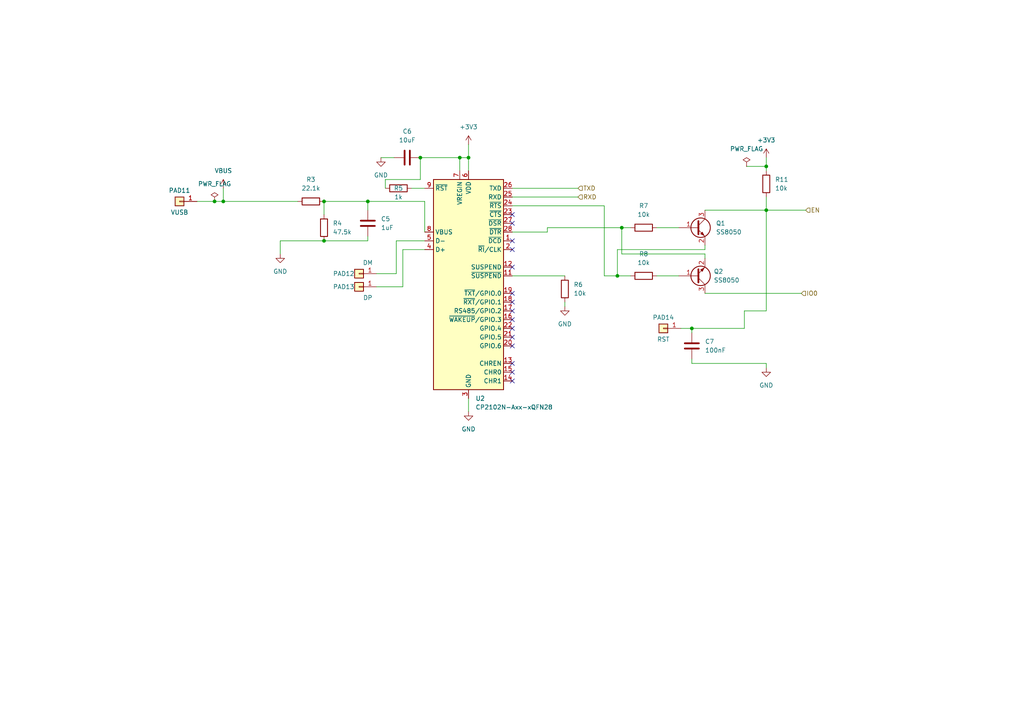
<source format=kicad_sch>
(kicad_sch (version 20250114) (generator "eeschema") (generator_version "9.0")
  (paper "A4")
  (lib_symbols
    (symbol "Connector_Generic:Conn_01x01" (pin_names (offset 1.016) (hide yes))
      (property "Reference" "J" (at 0 2.54 0))
      (property "Value" "Conn_01x01" (at 0 -2.54 0))
      (symbol "Conn_01x01_1_1"
        (rectangle (start -1.27 1.27) (end 1.27 -1.27) (stroke (width 0.254)) (fill (type background)))
        (rectangle (start -1.27 0.127) (end 0 -0.127) (stroke (width 0.1524)))
        (pin passive line (at -5.08 0 0) (length 3.81) (name "Pin_1") (number "1"))
      )
    )
    (symbol "Device:C" (pin_numbers (hide yes)) (pin_names (offset 0.254))
      (property "Reference" "C" (at 0.635 2.54 0))
      (property "Value" "C" (at 0.635 -2.54 0))
      (symbol "C_0_1"
        (polyline (pts (xy -2.032 0.762) (xy 2.032 0.762)) (stroke (width 0.508)))
        (polyline (pts (xy -2.032 -0.762) (xy 2.032 -0.762)) (stroke (width 0.508)))
      )
      (symbol "C_1_1"
        (pin passive line (at 0 3.81 270) (length 2.794) (name "~") (number "1"))
        (pin passive line (at 0 -3.81 90) (length 2.794) (name "~") (number "2"))
      )
    )
    (symbol "Device:Q_NPN_BEC" (pin_names (offset 0) (hide yes))
      (property "Reference" "Q" (at 5.08 1.27 0))
      (property "Value" "Q_NPN_BEC" (at 5.08 -1.27 0))
      (symbol "Q_NPN_BEC_0_1"
        (polyline (pts (xy 0.635 1.905) (xy 0.635 -1.905) (xy 0.635 -1.905)) (stroke (width 0.508)))
        (polyline (pts (xy 0.635 0.635) (xy 2.54 2.54)))
        (polyline (pts (xy 0.635 -0.635) (xy 2.54 -2.54) (xy 2.54 -2.54)))
        (circle (center 1.27 0) (radius 2.8194) (stroke (width 0.254)))
        (polyline (pts (xy 1.27 -1.778) (xy 1.778 -1.27) (xy 2.286 -2.286) (xy 1.27 -1.778) (xy 1.27 -1.778)) (fill (type outline)))
      )
      (symbol "Q_NPN_BEC_1_1"
        (pin input line (at -5.08 0 0) (length 5.715) (name "B") (number "1"))
        (pin passive line (at 2.54 5.08 270) (length 2.54) (name "C") (number "3"))
        (pin passive line (at 2.54 -5.08 90) (length 2.54) (name "E") (number "2"))
      )
    )
    (symbol "Device:R" (pin_numbers (hide yes)) (pin_names (offset 0))
      (property "Reference" "R" (at 2.032 0 90))
      (property "Value" "R" (at 0 0 90))
      (symbol "R_0_1"
        (rectangle (start -1.016 -2.54) (end 1.016 2.54) (stroke (width 0.254)))
      )
      (symbol "R_1_1"
        (pin passive line (at 0 3.81 270) (length 1.27) (name "~") (number "1"))
        (pin passive line (at 0 -3.81 90) (length 1.27) (name "~") (number "2"))
      )
    )
    (symbol "Interface_USB:CP2102N-Axx-xQFN28"
      (property "Reference" "U" (at -8.89 31.75 0))
      (property "Value" "CP2102N-Axx-xQFN28" (at 12.7 31.75 0))
      (symbol "CP2102N-Axx-xQFN28_0_1"
        (rectangle (start -10.16 30.48) (end 10.16 -30.48) (stroke (width 0.254)) (fill (type background)))
      )
      (symbol "CP2102N-Axx-xQFN28_1_1"
        (pin input line (at -12.7 27.94 0) (length 2.54) (name "~{RST}") (number "9"))
        (pin input line (at -12.7 15.24 0) (length 2.54) (name "VBUS") (number "8"))
        (pin bidirectional line (at -12.7 12.7 0) (length 2.54) (name "D-") (number "5"))
        (pin bidirectional line (at -12.7 10.16 0) (length 2.54) (name "D+") (number "4"))
        (pin no_connect line (at -10.16 -27.94 0) (length 2.54) (hide yes) (name "NC") (number "10"))
        (pin power_in line (at -2.54 33.02 270) (length 2.54) (name "VREGIN") (number "7"))
        (pin power_in line (at 0 33.02 270) (length 2.54) (name "VDD") (number "6"))
        (pin passive line (at 0 -33.02 90) (length 2.54) (hide yes) (name "GND") (number "29"))
        (pin power_in line (at 0 -33.02 90) (length 2.54) (name "GND") (number "3"))
        (pin output line (at 12.7 27.94 180) (length 2.54) (name "TXD") (number "26"))
        (pin input line (at 12.7 25.4 180) (length 2.54) (name "RXD") (number "25"))
        (pin output line (at 12.7 22.86 180) (length 2.54) (name "~{RTS}") (number "24"))
        (pin input line (at 12.7 20.32 180) (length 2.54) (name "~{CTS}") (number "23"))
        (pin input line (at 12.7 17.78 180) (length 2.54) (name "~{DSR}") (number "27"))
        (pin output line (at 12.7 15.24 180) (length 2.54) (name "~{DTR}") (number "28"))
        (pin input line (at 12.7 12.7 180) (length 2.54) (name "~{DCD}") (number "1"))
        (pin bidirectional line (at 12.7 10.16 180) (length 2.54) (name "~{RI}/CLK") (number "2"))
        (pin output line (at 12.7 5.08 180) (length 2.54) (name "SUSPEND") (number "12"))
        (pin output line (at 12.7 2.54 180) (length 2.54) (name "~{SUSPEND}") (number "11"))
        (pin bidirectional line (at 12.7 -2.54 180) (length 2.54) (name "~{TXT}/GPIO.0") (number "19"))
        (pin bidirectional line (at 12.7 -5.08 180) (length 2.54) (name "~{RXT}/GPIO.1") (number "18"))
        (pin bidirectional line (at 12.7 -7.62 180) (length 2.54) (name "RS485/GPIO.2") (number "17"))
        (pin bidirectional line (at 12.7 -10.16 180) (length 2.54) (name "~{WAKEUP}/GPIO.3") (number "16"))
        (pin bidirectional line (at 12.7 -12.7 180) (length 2.54) (name "GPIO.4") (number "22"))
        (pin bidirectional line (at 12.7 -15.24 180) (length 2.54) (name "GPIO.5") (number "21"))
        (pin bidirectional line (at 12.7 -17.78 180) (length 2.54) (name "GPIO.6") (number "20"))
        (pin output line (at 12.7 -22.86 180) (length 2.54) (name "CHREN") (number "13"))
        (pin output line (at 12.7 -25.4 180) (length 2.54) (name "CHR0") (number "15"))
        (pin output line (at 12.7 -27.94 180) (length 2.54) (name "CHR1") (number "14"))
      )
    )
    (symbol "power:+3V3" (power) (pin_names (offset 0))
      (property "Value" "+3V3" (at 0 3.556 0))
      (symbol "+3V3_0_1"
        (polyline (pts (xy -0.762 1.27) (xy 0 2.54)))
        (polyline (pts (xy 0 2.54) (xy 0.762 1.27)))
        (polyline (pts (xy 0 0) (xy 0 2.54)))
      )
      (symbol "+3V3_1_1"
        (pin power_in line (at 0 0 90) (length 0) (hide yes) (name "+3V3") (number "1"))
      )
    )
    (symbol "power:GND" (power) (pin_names (offset 0))
      (property "Value" "GND" (at 0 -3.81 0))
      (symbol "GND_0_1"
        (polyline (pts (xy 0 0) (xy 0 -1.27) (xy 1.27 -1.27) (xy 0 -2.54) (xy -1.27 -1.27) (xy 0 -1.27)))
      )
      (symbol "GND_1_1"
        (pin power_in line (at 0 0 270) (length 0) (hide yes) (name "GND") (number "1"))
      )
    )
    (symbol "power:PWR_FLAG" (power) (pin_numbers (hide yes)) (pin_names (offset 0) (hide yes))
      (property "Value" "PWR_FLAG" (at 0 3.81 0))
      (symbol "PWR_FLAG_0_0"
        (pin power_out line (at 0 0 90) (length 0) (name "pwr") (number "1"))
      )
      (symbol "PWR_FLAG_0_1"
        (polyline (pts (xy 0 0) (xy 0 1.27) (xy -1.016 1.905) (xy 0 2.54) (xy 1.016 1.905) (xy 0 1.27)))
      )
    )
    (symbol "power:VBUS" (power) (pin_names (offset 0))
      (property "Value" "VBUS" (at 0 3.81 0))
      (symbol "VBUS_0_1"
        (polyline (pts (xy -0.762 1.27) (xy 0 2.54)))
        (polyline (pts (xy 0 2.54) (xy 0.762 1.27)))
        (polyline (pts (xy 0 0) (xy 0 2.54)))
      )
      (symbol "VBUS_1_1"
        (pin power_in line (at 0 0 90) (length 0) (hide yes) (name "VBUS") (number "1"))
      )
    )
  )
  (junction (at 180.34 66.04))
  (junction (at 135.89 45.72))
  (junction (at 106.68 58.42))
  (junction (at 222.25 60.96))
  (junction (at 64.77 58.42))
  (junction (at 121.92 45.72))
  (junction (at 133.35 45.72))
  (junction (at 200.66 95.25))
  (junction (at 93.98 69.85))
  (junction (at 179.07 80.01))
  (junction (at 62.23 58.42))
  (junction (at 222.25 48.26))
  (junction (at 93.98 58.42))
  (no_connect (at 148.59 105.41))
  (no_connect (at 148.59 97.79))
  (no_connect (at 148.59 95.25))
  (no_connect (at 148.59 87.63))
  (no_connect (at 148.59 64.77))
  (no_connect (at 148.59 77.47))
  (no_connect (at 148.59 69.85))
  (no_connect (at 148.59 92.71))
  (no_connect (at 148.59 85.09))
  (no_connect (at 148.59 100.33))
  (no_connect (at 148.59 90.17))
  (no_connect (at 148.59 62.23))
  (no_connect (at 148.59 72.39))
  (no_connect (at 148.59 107.95))
  (no_connect (at 148.59 110.49))
  (wire (pts (xy 123.19 58.42) (xy 123.19 67.31)))
  (wire (pts (xy 200.66 96.52) (xy 200.66 95.25)))
  (wire (pts (xy 158.75 67.31) (xy 148.59 67.31)))
  (wire (pts (xy 133.35 45.72) (xy 135.89 45.72)))
  (wire (pts (xy 62.23 58.42) (xy 64.77 58.42)))
  (wire (pts (xy 106.68 69.85) (xy 93.98 69.85)))
  (wire (pts (xy 215.9 95.25) (xy 215.9 90.17)))
  (wire (pts (xy 216.535 48.26) (xy 222.25 48.26)))
  (wire (pts (xy 135.89 115.57) (xy 135.89 119.38)))
  (wire (pts (xy 190.5 80.01) (xy 196.85 80.01)))
  (wire (pts (xy 222.25 48.26) (xy 222.25 49.53)))
  (wire (pts (xy 110.49 45.72) (xy 114.3 45.72)))
  (wire (pts (xy 222.25 90.17) (xy 222.25 60.96)))
  (wire (pts (xy 121.92 45.72) (xy 133.35 45.72)))
  (wire (pts (xy 114.935 79.375) (xy 109.22 79.375)))
  (wire (pts (xy 148.59 80.01) (xy 163.83 80.01)))
  (wire (pts (xy 175.26 59.69) (xy 175.26 80.01)))
  (wire (pts (xy 222.25 57.15) (xy 222.25 60.96)))
  (wire (pts (xy 119.38 54.61) (xy 123.19 54.61)))
  (wire (pts (xy 106.68 68.58) (xy 106.68 69.85)))
  (wire (pts (xy 148.59 59.69) (xy 175.26 59.69)))
  (wire (pts (xy 204.47 60.96) (xy 222.25 60.96)))
  (wire (pts (xy 116.84 83.185) (xy 109.22 83.185)))
  (wire (pts (xy 106.68 58.42) (xy 106.68 60.96)))
  (wire (pts (xy 197.485 95.25) (xy 200.66 95.25)))
  (wire (pts (xy 121.92 45.72) (xy 121.92 52.07)))
  (wire (pts (xy 133.35 49.53) (xy 133.35 45.72)))
  (wire (pts (xy 222.25 105.41) (xy 222.25 106.68)))
  (wire (pts (xy 180.34 73.66) (xy 204.47 73.66)))
  (wire (pts (xy 81.28 69.85) (xy 81.28 73.66)))
  (wire (pts (xy 106.68 58.42) (xy 123.19 58.42)))
  (wire (pts (xy 215.9 90.17) (xy 222.25 90.17)))
  (wire (pts (xy 111.76 52.07) (xy 121.92 52.07)))
  (wire (pts (xy 116.84 72.39) (xy 116.84 83.185)))
  (wire (pts (xy 135.89 45.72) (xy 135.89 49.53)))
  (wire (pts (xy 204.47 85.09) (xy 232.41 85.09)))
  (wire (pts (xy 64.77 58.42) (xy 86.36 58.42)))
  (wire (pts (xy 148.59 54.61) (xy 167.64 54.61)))
  (wire (pts (xy 148.59 57.15) (xy 167.64 57.15)))
  (wire (pts (xy 111.76 54.61) (xy 111.76 52.07)))
  (wire (pts (xy 114.935 69.85) (xy 114.935 79.375)))
  (wire (pts (xy 135.89 41.91) (xy 135.89 45.72)))
  (wire (pts (xy 222.25 60.96) (xy 233.68 60.96)))
  (wire (pts (xy 57.15 58.42) (xy 62.23 58.42)))
  (wire (pts (xy 158.75 66.04) (xy 180.34 66.04)))
  (wire (pts (xy 180.34 66.04) (xy 180.34 73.66)))
  (wire (pts (xy 64.77 54.61) (xy 64.77 58.42)))
  (wire (pts (xy 81.28 69.85) (xy 93.98 69.85)))
  (wire (pts (xy 222.25 45.72) (xy 222.25 48.26)))
  (wire (pts (xy 158.75 66.04) (xy 158.75 67.31)))
  (wire (pts (xy 163.83 87.63) (xy 163.83 88.9)))
  (wire (pts (xy 93.98 58.42) (xy 106.68 58.42)))
  (wire (pts (xy 123.19 69.85) (xy 114.935 69.85)))
  (wire (pts (xy 175.26 80.01) (xy 179.07 80.01)))
  (wire (pts (xy 179.07 80.01) (xy 182.88 80.01)))
  (wire (pts (xy 200.66 104.14) (xy 200.66 105.41)))
  (wire (pts (xy 93.98 58.42) (xy 93.98 62.23)))
  (wire (pts (xy 200.66 95.25) (xy 215.9 95.25)))
  (wire (pts (xy 190.5 66.04) (xy 196.85 66.04)))
  (wire (pts (xy 179.07 72.39) (xy 204.47 72.39)))
  (wire (pts (xy 180.34 66.04) (xy 182.88 66.04)))
  (wire (pts (xy 204.47 71.12) (xy 204.47 72.39)))
  (wire (pts (xy 200.66 105.41) (xy 222.25 105.41)))
  (wire (pts (xy 179.07 72.39) (xy 179.07 80.01)))
  (wire (pts (xy 123.19 72.39) (xy 116.84 72.39)))
  (wire (pts (xy 204.47 74.93) (xy 204.47 73.66)))
  (hierarchical_label "IO0" (shape input) (at 232.41 85.09 0))
  (hierarchical_label "RXD" (shape input) (at 167.64 57.15 0))
  (hierarchical_label "EN" (shape input) (at 233.68 60.96 0))
  (hierarchical_label "TXD" (shape input) (at 167.64 54.61 0))
  (symbol (lib_id "Device:Q_NPN_BEC") (at 201.93 66.04 0) (unit 1)
    (property "Reference" "Q1" (at 207.645 64.7699 0) (effects (justify left)))
    (property "Value" "SS8050" (at 207.645 67.3099 0) (effects (justify left)))
    (property "Footprint" "Package_TO_SOT_SMD:SOT-23-3" (effects (hide yes)))
  )
  (symbol (lib_id "power:GND") (at 110.49 45.72 0) (unit 1)
    (property "Reference" "#PWR012" (effects (hide yes)))
    (property "Value" "GND" (at 110.49 50.8 0))
  )
  (symbol (lib_id "Device:C") (at 118.11 45.72 90) (unit 1)
    (property "Reference" "C6" (at 118.11 38.1 90))
    (property "Value" "10uF" (at 118.11 40.64 90))
    (property "Footprint" "Capacitor_SMD:C_0805_2012Metric" (effects (hide yes)))
  )
  (symbol (lib_id "Interface_USB:CP2102N-Axx-xQFN28") (at 135.89 82.55 0) (unit 1)
    (property "Reference" "U2" (at 137.9094 115.57 0) (effects (justify left)))
    (property "Value" "CP2102N-Axx-xQFN28" (at 137.9094 118.11 0) (effects (justify left)))
    (property "Footprint" "Package_DFN_QFN:QFN-28-1EP_5x5mm_P0.5mm_EP3.35x3.35mm" (effects (hide yes)))
    (property "Datasheet" "https://www.silabs.com/documents/public/data-sheets/cp2102n-datasheet.pdf" (effects (hide yes)))
  )
  (symbol (lib_id "Device:R") (at 115.57 54.61 90) (unit 1)
    (property "Reference" "R5" (at 115.57 54.61 90))
    (property "Value" "1k" (at 115.57 57.15 90))
    (property "Footprint" "Resistor_SMD:R_0603_1608Metric" (effects (hide yes)))
  )
  (symbol (lib_id "Device:Q_NPN_BEC") (at 201.93 80.01 0) (mirror x) (unit 1)
    (property "Reference" "Q2" (at 207.01 78.7399 0) (effects (justify left)))
    (property "Value" "SS8050" (at 207.01 81.2799 0) (effects (justify left)))
    (property "Footprint" "Package_TO_SOT_SMD:SOT-23-3" (effects (hide yes)))
  )
  (symbol (lib_id "power:+3V3") (at 222.25 45.72 0) (unit 1)
    (property "Reference" "#PWR0101" (effects (hide yes)))
    (property "Value" "+3V3" (at 222.25 40.64 0))
  )
  (symbol (lib_id "power:VBUS") (at 64.77 54.61 0) (unit 1)
    (property "Reference" "#PWR010" (effects (hide yes)))
    (property "Value" "VBUS" (at 64.77 49.53 0))
  )
  (symbol (lib_id "power:PWR_FLAG") (at 216.535 48.26 0) (unit 1)
    (property "Reference" "#FLG0103" (effects (hide yes)))
    (property "Value" "PWR_FLAG" (at 216.535 43.18 0))
  )
  (symbol (lib_id "power:PWR_FLAG") (at 62.23 58.42 0) (unit 1)
    (property "Reference" "#FLG0101" (effects (hide yes)))
    (property "Value" "PWR_FLAG" (at 62.23 53.34 0))
  )
  (symbol (lib_id "Connector_Generic:Conn_01x01") (at 52.07 58.42 180) (unit 1)
    (property "Reference" "PAD11" (at 52.07 55.245 0))
    (property "Value" "VUSB" (at 52.07 61.595 0))
    (property "Footprint" "TestPoint:TestPoint_Pad_2.0x2.0mm" (effects (hide yes)))
  )
  (symbol (lib_id "Device:R") (at 90.17 58.42 90) (unit 1)
    (property "Reference" "R3" (at 90.17 52.07 90))
    (property "Value" "22.1k" (at 90.17 54.61 90))
    (property "Footprint" "Resistor_SMD:R_0603_1608Metric" (effects (hide yes)))
  )
  (symbol (lib_id "Connector_Generic:Conn_01x01") (at 104.14 79.375 180) (unit 1)
    (property "Reference" "PAD12" (at 99.695 79.375 0))
    (property "Value" "DM" (at 106.68 76.2 0))
    (property "Footprint" "TestPoint:TestPoint_Pad_2.0x2.0mm" (effects (hide yes)))
  )
  (symbol (lib_id "Device:R") (at 186.69 80.01 270) (unit 1)
    (property "Reference" "R8" (at 186.69 73.66 90))
    (property "Value" "10k" (at 186.69 76.2 90))
    (property "Footprint" "Resistor_SMD:R_0603_1608Metric" (effects (hide yes)))
  )
  (symbol (lib_id "Connector_Generic:Conn_01x01") (at 192.405 95.25 180) (unit 1)
    (property "Reference" "PAD14" (at 192.405 92.075 0))
    (property "Value" "RST" (at 192.405 98.425 0))
    (property "Footprint" "TestPoint:TestPoint_Pad_2.0x2.0mm" (effects (hide yes)))
  )
  (symbol (lib_id "power:GND") (at 163.83 88.9 0) (unit 1)
    (property "Reference" "#PWR015" (effects (hide yes)))
    (property "Value" "GND" (at 163.83 93.98 0))
  )
  (symbol (lib_id "power:GND") (at 222.25 106.68 0) (unit 1)
    (property "Reference" "#PWR016" (effects (hide yes)))
    (property "Value" "GND" (at 222.25 111.76 0))
  )
  (symbol (lib_id "Device:R") (at 222.25 53.34 0) (unit 1)
    (property "Reference" "R11" (at 224.79 52.0699 0) (effects (justify left)))
    (property "Value" "10k" (at 224.79 54.6099 0) (effects (justify left)))
    (property "Footprint" "Resistor_SMD:R_0603_1608Metric" (effects (hide yes)))
  )
  (symbol (lib_id "power:+3V3") (at 135.89 41.91 0) (unit 1)
    (property "Reference" "#PWR013" (effects (hide yes)))
    (property "Value" "+3V3" (at 135.89 36.83 0))
  )
  (symbol (lib_id "Device:R") (at 186.69 66.04 270) (unit 1)
    (property "Reference" "R7" (at 186.69 59.69 90))
    (property "Value" "10k" (at 186.69 62.23 90))
    (property "Footprint" "Resistor_SMD:R_0603_1608Metric" (effects (hide yes)))
  )
  (symbol (lib_id "Device:R") (at 163.83 83.82 0) (unit 1)
    (property "Reference" "R6" (at 166.37 82.5499 0) (effects (justify left)))
    (property "Value" "10k" (at 166.37 85.0899 0) (effects (justify left)))
    (property "Footprint" "Resistor_SMD:R_0603_1608Metric" (effects (hide yes)))
  )
  (symbol (lib_id "power:GND") (at 135.89 119.38 0) (unit 1)
    (property "Reference" "#PWR014" (effects (hide yes)))
    (property "Value" "GND" (at 135.89 124.46 0))
  )
  (symbol (lib_id "Device:R") (at 93.98 66.04 0) (unit 1)
    (property "Reference" "R4" (at 96.52 64.7699 0) (effects (justify left)))
    (property "Value" "47.5k" (at 96.52 67.3099 0) (effects (justify left)))
    (property "Footprint" "Resistor_SMD:R_0603_1608Metric" (effects (hide yes)))
  )
  (symbol (lib_id "Connector_Generic:Conn_01x01") (at 104.14 83.185 180) (unit 1)
    (property "Reference" "PAD13" (at 99.695 83.185 0))
    (property "Value" "DP" (at 106.68 86.36 0))
    (property "Footprint" "TestPoint:TestPoint_Pad_2.0x2.0mm" (effects (hide yes)))
  )
  (symbol (lib_id "Device:C") (at 200.66 100.33 0) (unit 1)
    (property "Reference" "C7" (at 204.47 99.0599 0) (effects (justify left)))
    (property "Value" "100nF" (at 204.47 101.5999 0) (effects (justify left)))
    (property "Footprint" "Capacitor_SMD:C_0603_1608Metric" (effects (hide yes)))
  )
  (symbol (lib_id "power:GND") (at 81.28 73.66 0) (unit 1)
    (property "Reference" "#PWR011" (effects (hide yes)))
    (property "Value" "GND" (at 81.28 78.74 0))
  )
  (symbol (lib_id "Device:C") (at 106.68 64.77 0) (unit 1)
    (property "Reference" "C5" (at 110.49 63.4999 0) (effects (justify left)))
    (property "Value" "1uF" (at 110.49 66.0399 0) (effects (justify left)))
    (property "Footprint" "Capacitor_SMD:C_0805_2012Metric" (effects (hide yes)))
  )
)
</source>
